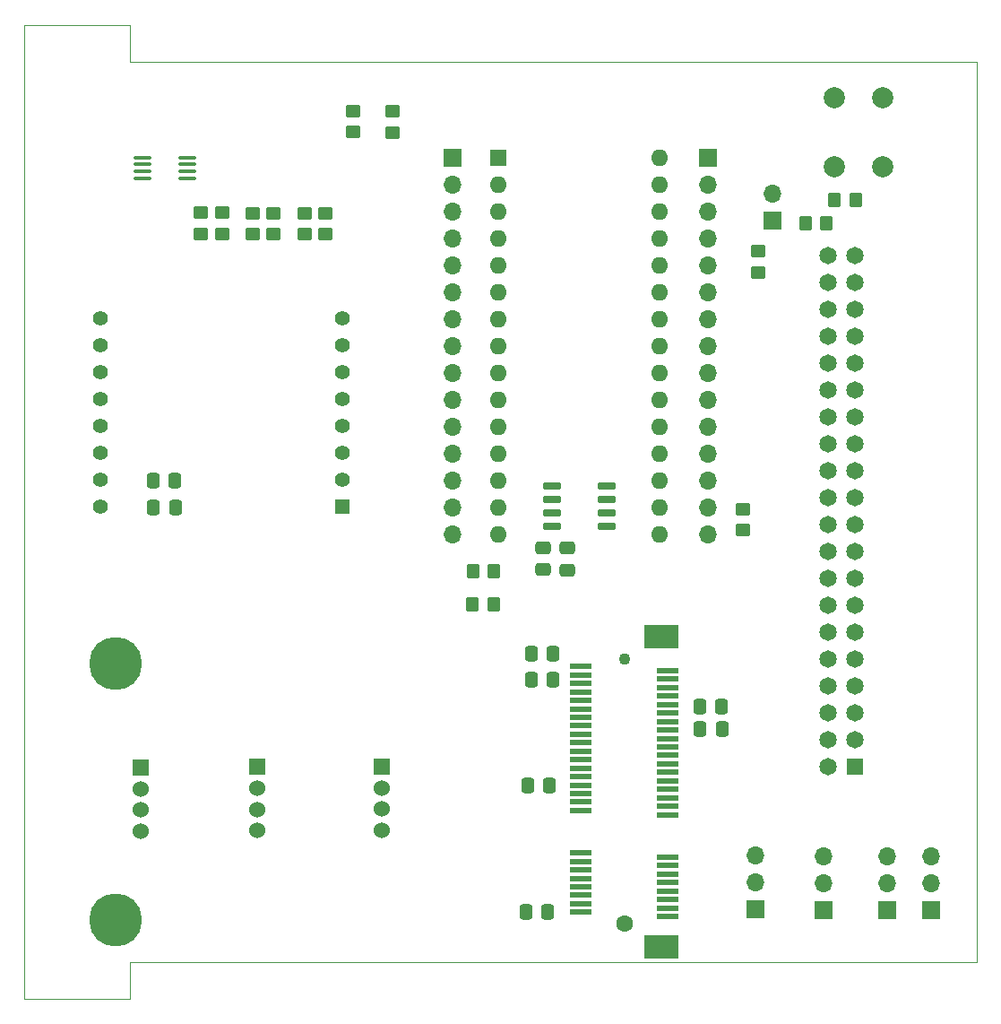
<source format=gbr>
%TF.GenerationSoftware,KiCad,Pcbnew,8.0.6*%
%TF.CreationDate,2025-02-06T11:10:53+01:00*%
%TF.ProjectId,Com_Nucleo-L432kc,436f6d5f-4e75-4636-9c65-6f2d4c343332,rev?*%
%TF.SameCoordinates,Original*%
%TF.FileFunction,Soldermask,Top*%
%TF.FilePolarity,Negative*%
%FSLAX46Y46*%
G04 Gerber Fmt 4.6, Leading zero omitted, Abs format (unit mm)*
G04 Created by KiCad (PCBNEW 8.0.6) date 2025-02-06 11:10:53*
%MOMM*%
%LPD*%
G01*
G04 APERTURE LIST*
G04 Aperture macros list*
%AMRoundRect*
0 Rectangle with rounded corners*
0 $1 Rounding radius*
0 $2 $3 $4 $5 $6 $7 $8 $9 X,Y pos of 4 corners*
0 Add a 4 corners polygon primitive as box body*
4,1,4,$2,$3,$4,$5,$6,$7,$8,$9,$2,$3,0*
0 Add four circle primitives for the rounded corners*
1,1,$1+$1,$2,$3*
1,1,$1+$1,$4,$5*
1,1,$1+$1,$6,$7*
1,1,$1+$1,$8,$9*
0 Add four rect primitives between the rounded corners*
20,1,$1+$1,$2,$3,$4,$5,0*
20,1,$1+$1,$4,$5,$6,$7,0*
20,1,$1+$1,$6,$7,$8,$9,0*
20,1,$1+$1,$8,$9,$2,$3,0*%
G04 Aperture macros list end*
%ADD10C,1.600000*%
%ADD11C,1.100000*%
%ADD12R,2.000000X0.600000*%
%ADD13R,3.200000X2.300000*%
%ADD14R,1.700000X1.700000*%
%ADD15O,1.700000X1.700000*%
%ADD16RoundRect,0.250000X-0.475000X0.337500X-0.475000X-0.337500X0.475000X-0.337500X0.475000X0.337500X0*%
%ADD17R,1.524000X1.524000*%
%ADD18C,1.524000*%
%ADD19RoundRect,0.250000X0.337500X0.475000X-0.337500X0.475000X-0.337500X-0.475000X0.337500X-0.475000X0*%
%ADD20RoundRect,0.250000X0.450000X-0.350000X0.450000X0.350000X-0.450000X0.350000X-0.450000X-0.350000X0*%
%ADD21RoundRect,0.250000X-0.450000X0.350000X-0.450000X-0.350000X0.450000X-0.350000X0.450000X0.350000X0*%
%ADD22RoundRect,0.250000X-0.337500X-0.475000X0.337500X-0.475000X0.337500X0.475000X-0.337500X0.475000X0*%
%ADD23RoundRect,0.150000X-0.725000X-0.150000X0.725000X-0.150000X0.725000X0.150000X-0.725000X0.150000X0*%
%ADD24RoundRect,0.100000X-0.712500X-0.100000X0.712500X-0.100000X0.712500X0.100000X-0.712500X0.100000X0*%
%ADD25R,1.600000X1.600000*%
%ADD26O,1.600000X1.600000*%
%ADD27R,1.400000X1.400000*%
%ADD28C,1.400000*%
%ADD29RoundRect,0.250000X-0.350000X-0.450000X0.350000X-0.450000X0.350000X0.450000X-0.350000X0.450000X0*%
%ADD30C,2.000000*%
%ADD31RoundRect,0.250000X0.350000X0.450000X-0.350000X0.450000X-0.350000X-0.450000X0.350000X-0.450000X0*%
%ADD32R,1.650000X1.650000*%
%ADD33C,1.650000*%
%ADD34C,5.000000*%
%TA.AperFunction,Profile*%
%ADD35C,0.100000*%
%TD*%
G04 APERTURE END LIST*
D10*
%TO.C,IC1*%
X120434748Y-127945000D03*
D11*
X120434748Y-102945000D03*
D12*
X124534748Y-127245000D03*
X116334748Y-126845000D03*
X124534748Y-126445000D03*
X116334748Y-126045000D03*
X124534748Y-125645000D03*
X116334748Y-125245000D03*
X124534748Y-124845000D03*
X116334748Y-124445000D03*
X124534748Y-124045000D03*
X116334748Y-123645000D03*
X124534748Y-123245000D03*
X116334748Y-122845000D03*
X124534748Y-122445000D03*
X116334748Y-122045000D03*
X124534748Y-121645000D03*
X116334748Y-121245000D03*
X124534748Y-117645000D03*
X116334748Y-117245000D03*
X124534748Y-116845000D03*
X116334748Y-116445000D03*
X124534748Y-116045000D03*
X116334748Y-115645000D03*
X124534748Y-115245000D03*
X116334748Y-114845000D03*
X124534748Y-114445000D03*
X116334748Y-114045000D03*
X124534748Y-113645000D03*
X116334748Y-113245000D03*
X124534748Y-112845000D03*
X116334748Y-112445000D03*
X124534748Y-112045000D03*
X116334748Y-111645000D03*
X124534748Y-111245000D03*
X116334748Y-110845000D03*
X124534748Y-110445000D03*
X116334748Y-110045000D03*
X124534748Y-109645000D03*
X116334748Y-109245000D03*
X124534748Y-108845000D03*
X116334748Y-108445000D03*
X124534748Y-108045000D03*
X116334748Y-107645000D03*
X124534748Y-107245000D03*
X116334748Y-106845000D03*
X124534748Y-106445000D03*
X116334748Y-106045000D03*
X124534748Y-105645000D03*
X116334748Y-105245000D03*
X124534748Y-104845000D03*
X116334748Y-104445000D03*
X124534748Y-104045000D03*
X116334748Y-103645000D03*
D13*
X123934748Y-130095000D03*
X123934748Y-100795000D03*
%TD*%
D14*
%TO.C,JP2*%
X134420000Y-61510000D03*
D15*
X134420000Y-58970000D03*
%TD*%
D16*
%TO.C,C7*%
X112790000Y-92442500D03*
X112790000Y-94517500D03*
%TD*%
D17*
%TO.C,J4*%
X97540000Y-113110000D03*
D18*
X97540000Y-115110000D03*
X97540000Y-117110000D03*
X97540000Y-119110000D03*
%TD*%
D19*
%TO.C,C1*%
X113721548Y-104873200D03*
X111646548Y-104873200D03*
%TD*%
D20*
%TO.C,R6*%
X131600000Y-90790000D03*
X131600000Y-88790000D03*
%TD*%
%TO.C,R10*%
X90210000Y-62850000D03*
X90210000Y-60850000D03*
%TD*%
%TO.C,R12*%
X87280000Y-62830000D03*
X87280000Y-60830000D03*
%TD*%
D14*
%TO.C,J7*%
X128313249Y-55637948D03*
D15*
X128313249Y-58177948D03*
X128313249Y-60717948D03*
X128313249Y-63257948D03*
X128313249Y-65797948D03*
X128313249Y-68337948D03*
X128313249Y-70877948D03*
X128313249Y-73417948D03*
X128313249Y-75957948D03*
X128313249Y-78497948D03*
X128313249Y-81037948D03*
X128313249Y-83577948D03*
X128313249Y-86117948D03*
X128313249Y-88657948D03*
X128313249Y-91197948D03*
%TD*%
D21*
%TO.C,R2*%
X94810000Y-51200000D03*
X94810000Y-53200000D03*
%TD*%
D14*
%TO.C,J2*%
X104183248Y-55626000D03*
D15*
X104183248Y-58166000D03*
X104183248Y-60706000D03*
X104183248Y-63246000D03*
X104183248Y-65786000D03*
X104183248Y-68326000D03*
X104183248Y-70866000D03*
X104183248Y-73406000D03*
X104183248Y-75946000D03*
X104183248Y-78486000D03*
X104183248Y-81026000D03*
X104183248Y-83566000D03*
X104183248Y-86106000D03*
X104183248Y-88646000D03*
X104183248Y-91186000D03*
%TD*%
D16*
%TO.C,C9*%
X115030000Y-92452500D03*
X115030000Y-94527500D03*
%TD*%
D14*
%TO.C,JP5*%
X139260000Y-126615000D03*
D15*
X139260000Y-124075000D03*
X139260000Y-121535000D03*
%TD*%
D20*
%TO.C,R15*%
X80400000Y-62810000D03*
X80400000Y-60810000D03*
%TD*%
D22*
%TO.C,C5*%
X127572500Y-109510000D03*
X129647500Y-109510000D03*
%TD*%
D20*
%TO.C,R11*%
X92220000Y-62840000D03*
X92220000Y-60840000D03*
%TD*%
D14*
%TO.C,JP1*%
X132810000Y-126600000D03*
D15*
X132810000Y-124060000D03*
X132810000Y-121520000D03*
%TD*%
D17*
%TO.C,J6*%
X74740000Y-113180000D03*
D18*
X74740000Y-115180000D03*
X74740000Y-117180000D03*
X74740000Y-119180000D03*
%TD*%
D19*
%TO.C,C6*%
X113367500Y-114850000D03*
X111292500Y-114850000D03*
%TD*%
D23*
%TO.C,CR1*%
X113611200Y-86620000D03*
X113611200Y-87890000D03*
X113611200Y-89160000D03*
X113611200Y-90430000D03*
X118761200Y-90430000D03*
X118761200Y-89160000D03*
X118761200Y-87890000D03*
X118761200Y-86620000D03*
%TD*%
D19*
%TO.C,C3*%
X113190000Y-126820000D03*
X111115000Y-126820000D03*
%TD*%
D20*
%TO.C,R7*%
X133110000Y-66460000D03*
X133110000Y-64460000D03*
%TD*%
D24*
%TO.C,U2*%
X74907500Y-55585000D03*
X74907500Y-56235000D03*
X74907500Y-56885000D03*
X74907500Y-57535000D03*
X79132500Y-57535000D03*
X79132500Y-56885000D03*
X79132500Y-56235000D03*
X79132500Y-55585000D03*
%TD*%
D20*
%TO.C,R13*%
X85290000Y-62840000D03*
X85290000Y-60840000D03*
%TD*%
D22*
%TO.C,C10*%
X127562500Y-107410000D03*
X129637500Y-107410000D03*
%TD*%
D25*
%TO.C,L432KC1*%
X108503248Y-55626000D03*
D26*
X108503248Y-58166000D03*
X108503248Y-60706000D03*
X108503248Y-63246000D03*
X108503248Y-65786000D03*
X108503248Y-68326000D03*
X108503248Y-70866000D03*
X108503248Y-73406000D03*
X108503248Y-75946000D03*
X108503248Y-78486000D03*
X108503248Y-81026000D03*
X108503248Y-83566000D03*
X108503248Y-86106000D03*
X108503248Y-88646000D03*
X108503248Y-91186000D03*
X123743248Y-91186000D03*
X123743248Y-88646000D03*
X123743248Y-86106000D03*
X123743248Y-83566000D03*
X123743248Y-81026000D03*
X123743248Y-78486000D03*
X123743248Y-75946000D03*
X123743248Y-73406000D03*
X123743248Y-70866000D03*
X123743248Y-68326000D03*
X123743248Y-65786000D03*
X123743248Y-63246000D03*
X123743248Y-60706000D03*
X123743248Y-58166000D03*
X123743248Y-55626000D03*
%TD*%
D17*
%TO.C,J9*%
X85740000Y-113140000D03*
D18*
X85740000Y-115140000D03*
X85740000Y-117140000D03*
X85740000Y-119140000D03*
%TD*%
D27*
%TO.C,J5*%
X93830000Y-88510000D03*
D28*
X93830000Y-85970000D03*
X93830000Y-83430000D03*
X93830000Y-80890000D03*
X93830000Y-78350000D03*
X93830000Y-75810000D03*
X93830000Y-73270000D03*
X93830000Y-70730000D03*
X70970000Y-70730000D03*
X70970000Y-73270000D03*
X70970000Y-75810000D03*
X70970000Y-78350000D03*
X70970000Y-80890000D03*
X70970000Y-83430000D03*
X70970000Y-85970000D03*
X70970000Y-88510000D03*
%TD*%
D29*
%TO.C,R9*%
X106120000Y-94610000D03*
X108120000Y-94610000D03*
%TD*%
D22*
%TO.C,C4*%
X75932500Y-88660000D03*
X78007500Y-88660000D03*
%TD*%
D30*
%TO.C,SW1*%
X140310000Y-56450000D03*
X140310000Y-49950000D03*
X144810000Y-56450000D03*
X144810000Y-49950000D03*
%TD*%
D20*
%TO.C,R14*%
X82420000Y-62810000D03*
X82420000Y-60810000D03*
%TD*%
D14*
%TO.C,JP4*%
X145230000Y-126630000D03*
D15*
X145230000Y-124090000D03*
X145230000Y-121550000D03*
%TD*%
D21*
%TO.C,R3*%
X98510000Y-51240000D03*
X98510000Y-53240000D03*
%TD*%
D22*
%TO.C,C2*%
X75912500Y-86100000D03*
X77987500Y-86100000D03*
%TD*%
D29*
%TO.C,R8*%
X106100000Y-97800000D03*
X108100000Y-97800000D03*
%TD*%
D31*
%TO.C,R4*%
X139520000Y-61790000D03*
X137520000Y-61790000D03*
%TD*%
D19*
%TO.C,C8*%
X113716548Y-102438200D03*
X111641548Y-102438200D03*
%TD*%
D14*
%TO.C,JP3*%
X149380000Y-126630000D03*
D15*
X149380000Y-124090000D03*
X149380000Y-121550000D03*
%TD*%
D31*
%TO.C,R1*%
X142300000Y-59560000D03*
X140300000Y-59560000D03*
%TD*%
D32*
%TO.C,J1*%
X142240000Y-113090000D03*
D33*
X139700000Y-113090000D03*
X142240000Y-110550000D03*
X139700000Y-110550000D03*
X142240000Y-108010000D03*
X139700000Y-108010000D03*
X142240000Y-105470000D03*
X139700000Y-105470000D03*
X142240000Y-102930000D03*
X139700000Y-102930000D03*
X142240000Y-100390000D03*
X139700000Y-100390000D03*
X142240000Y-97850000D03*
X139700000Y-97850000D03*
X142240000Y-95310000D03*
X139700000Y-95310000D03*
X142240000Y-92770000D03*
X139700000Y-92770000D03*
X142240000Y-90230000D03*
X139700000Y-90230000D03*
X142240000Y-87690000D03*
X139700000Y-87690000D03*
X142240000Y-85150000D03*
X139700000Y-85150000D03*
X142240000Y-82610000D03*
X139700000Y-82610000D03*
X142240000Y-80070000D03*
X139700000Y-80070000D03*
X142240000Y-77530000D03*
X139700000Y-77530000D03*
X142240000Y-74990000D03*
X139700000Y-74990000D03*
X142240000Y-72450000D03*
X139700000Y-72450000D03*
X142240000Y-69910000D03*
X139700000Y-69910000D03*
X142240000Y-67370000D03*
X139700000Y-67370000D03*
X142240000Y-64830000D03*
X139700000Y-64830000D03*
%TD*%
D34*
%TO.C,REF\u002A\u002A*%
X72384748Y-127545000D03*
%TD*%
%TO.C,*%
X72384748Y-103345000D03*
%TD*%
D35*
X73750000Y-43050000D02*
X73750000Y-46550000D01*
X63750000Y-43050000D02*
X73750000Y-43050000D01*
X73750000Y-131550000D02*
X153750000Y-131550000D01*
X73750000Y-46550000D02*
X153750000Y-46550000D01*
X63750000Y-135050000D02*
X73750000Y-135050000D01*
X153750000Y-131550000D02*
X153750000Y-46550000D01*
X63750000Y-135050000D02*
X63750000Y-43050000D01*
X73750000Y-131550000D02*
X73750000Y-135050000D01*
M02*

</source>
